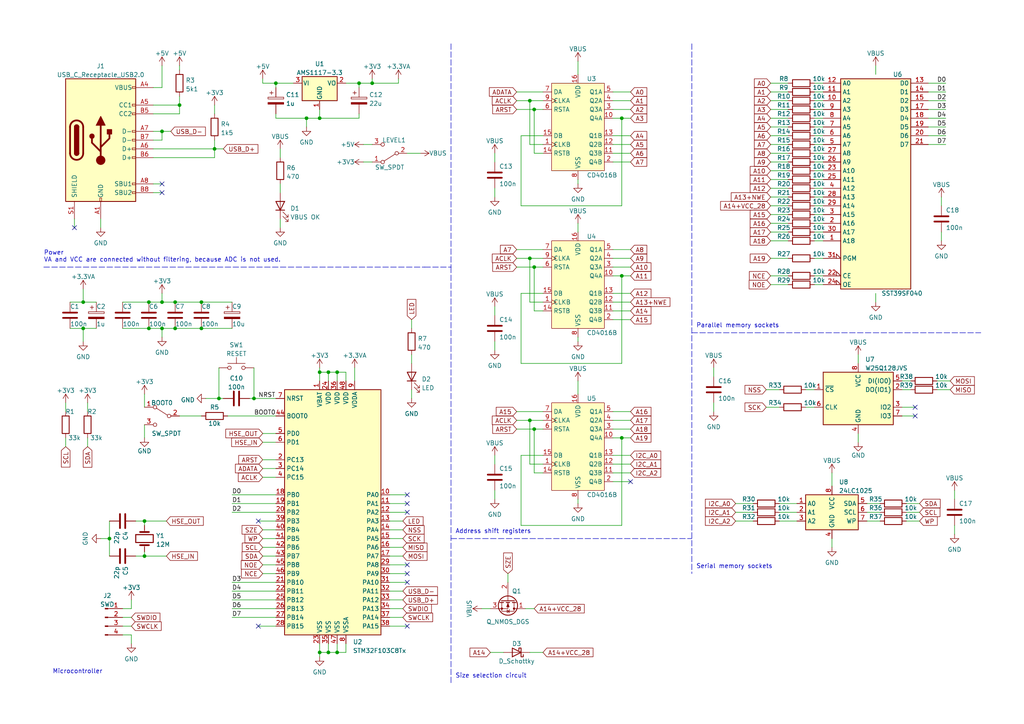
<source format=kicad_sch>
(kicad_sch (version 20211123) (generator eeschema)
  (paper "A4")
  (title_block (title "Memory dumper") (date "2022-10-15") (rev "0.1") (comment 1 "Made by HA5PLS"))
  (junction (at 73.66 115.57))
  (junction (at 24.13 95.25))
  (junction (at 154.94 124.46))
  (junction (at 58.42 87.63))
  (junction (at 80.01 24.13))
  (junction (at 24.13 87.63))
  (junction (at 92.71 107.95))
  (junction (at 180.34 34.29))
  (junction (at 107.95 24.13))
  (junction (at 41.91 151.13))
  (junction (at 154.94 31.75))
  (junction (at 50.8 87.63))
  (junction (at 95.25 107.95))
  (junction (at 46.99 38.1))
  (junction (at 46.99 95.25))
  (junction (at 58.42 95.25))
  (junction (at 95.25 189.23))
  (junction (at 153.67 121.92))
  (junction (at 92.71 189.23))
  (junction (at 46.99 87.63))
  (junction (at 153.67 74.93))
  (junction (at 43.18 95.25))
  (junction (at 63.5 115.57))
  (junction (at 154.94 77.47))
  (junction (at 43.18 87.63))
  (junction (at 97.79 189.23))
  (junction (at 92.71 34.29))
  (junction (at 50.8 95.25))
  (junction (at 180.34 127))
  (junction (at 97.79 107.95))
  (junction (at 62.23 43.18))
  (junction (at 88.9 34.29))
  (junction (at 31.75 156.21))
  (junction (at 104.14 24.13))
  (junction (at 180.34 80.01))
  (junction (at 52.07 30.48))
  (junction (at 41.91 161.29))
  (junction (at 153.67 29.21))
  (no_connect (at 21.59 66.04))
  (no_connect (at 46.99 55.88))
  (no_connect (at 46.99 53.34))
  (no_connect (at 265.43 118.11))
  (no_connect (at 265.43 120.65))
  (no_connect (at 182.88 139.7))
  (no_connect (at 74.93 181.61))
  (no_connect (at 74.93 151.13))
  (no_connect (at 118.11 168.91))
  (no_connect (at 118.11 181.61))
  (no_connect (at 118.11 163.83))
  (no_connect (at 118.11 166.37))
  (no_connect (at 118.11 143.51))
  (no_connect (at 118.11 146.05))
  (no_connect (at 118.11 148.59))
  (wire (pts (xy 66.04 120.65) (xy 80.01 120.65)))
  (wire (pts (xy 261.62 113.03) (xy 264.16 113.03)))
  (wire (pts (xy 223.52 29.21) (xy 228.6 29.21)))
  (wire (pts (xy 62.23 43.18) (xy 64.77 43.18)))
  (wire (pts (xy 269.24 34.29) (xy 274.32 34.29)))
  (wire (pts (xy 151.13 132.08) (xy 151.13 152.4)))
  (wire (pts (xy 180.34 80.01) (xy 180.34 105.41)))
  (wire (pts (xy 223.52 74.93) (xy 228.6 74.93)))
  (wire (pts (xy 236.22 80.01) (xy 238.76 80.01)))
  (wire (pts (xy 223.52 41.91) (xy 228.6 41.91)))
  (wire (pts (xy 213.36 151.13) (xy 218.44 151.13)))
  (wire (pts (xy 41.91 151.13) (xy 48.26 151.13)))
  (wire (pts (xy 21.59 63.5) (xy 21.59 66.04)))
  (wire (pts (xy 223.52 59.69) (xy 228.6 59.69)))
  (wire (pts (xy 44.45 45.72) (xy 62.23 45.72)))
  (wire (pts (xy 44.45 25.4) (xy 46.99 25.4)))
  (wire (pts (xy 19.05 129.54) (xy 19.05 127)))
  (wire (pts (xy 31.75 156.21) (xy 29.21 156.21)))
  (wire (pts (xy 167.64 64.77) (xy 167.64 67.31)))
  (wire (pts (xy 157.48 77.47) (xy 154.94 77.47)))
  (wire (pts (xy 115.57 24.13) (xy 115.57 22.86)))
  (wire (pts (xy 67.31 176.53) (xy 80.01 176.53)))
  (wire (pts (xy 262.89 151.13) (xy 266.7 151.13)))
  (wire (pts (xy 104.14 33.02) (xy 104.14 34.29)))
  (wire (pts (xy 113.03 153.67) (xy 116.84 153.67)))
  (wire (pts (xy 63.5 115.57) (xy 64.77 115.57)))
  (wire (pts (xy 153.67 121.92) (xy 157.48 121.92)))
  (wire (pts (xy 50.8 95.25) (xy 58.42 95.25)))
  (wire (pts (xy 41.91 160.02) (xy 41.91 161.29)))
  (wire (pts (xy 273.05 57.15) (xy 273.05 59.69)))
  (wire (pts (xy 180.34 34.29) (xy 180.34 59.69)))
  (wire (pts (xy 67.31 171.45) (xy 80.01 171.45)))
  (wire (pts (xy 92.71 186.69) (xy 92.71 189.23)))
  (wire (pts (xy 119.38 92.71) (xy 119.38 95.25)))
  (wire (pts (xy 113.03 156.21) (xy 116.84 156.21)))
  (wire (pts (xy 157.48 29.21) (xy 153.67 29.21)))
  (wire (pts (xy 95.25 189.23) (xy 97.79 189.23)))
  (wire (pts (xy 153.67 121.92) (xy 153.67 134.62)))
  (wire (pts (xy 177.8 119.38) (xy 182.88 119.38)))
  (wire (pts (xy 76.2 156.21) (xy 80.01 156.21)))
  (wire (pts (xy 236.22 59.69) (xy 238.76 59.69)))
  (wire (pts (xy 100.33 107.95) (xy 100.33 110.49)))
  (wire (pts (xy 177.8 44.45) (xy 182.88 44.45)))
  (wire (pts (xy 76.2 24.13) (xy 80.01 24.13)))
  (wire (pts (xy 223.52 44.45) (xy 228.6 44.45)))
  (wire (pts (xy 251.46 151.13) (xy 255.27 151.13)))
  (wire (pts (xy 25.4 129.54) (xy 25.4 127)))
  (wire (pts (xy 241.3 137.16) (xy 241.3 140.97)))
  (wire (pts (xy 62.23 43.18) (xy 62.23 45.72)))
  (wire (pts (xy 105.41 46.99) (xy 107.95 46.99)))
  (wire (pts (xy 254 19.05) (xy 254 21.59)))
  (wire (pts (xy 149.86 121.92) (xy 153.67 121.92)))
  (wire (pts (xy 149.86 31.75) (xy 154.94 31.75)))
  (wire (pts (xy 113.03 146.05) (xy 118.11 146.05)))
  (wire (pts (xy 143.51 44.45) (xy 143.51 46.99)))
  (wire (pts (xy 153.67 87.63) (xy 157.48 87.63)))
  (wire (pts (xy 154.94 124.46) (xy 154.94 137.16)))
  (wire (pts (xy 236.22 74.93) (xy 238.76 74.93)))
  (wire (pts (xy 149.86 29.21) (xy 153.67 29.21)))
  (wire (pts (xy 92.71 106.68) (xy 92.71 107.95)))
  (polyline (pts (xy 12.7 77.47) (xy 123.19 77.47)))
  (wire (pts (xy 207.01 116.84) (xy 207.01 119.38)))
  (wire (pts (xy 236.22 44.45) (xy 238.76 44.45)))
  (wire (pts (xy 116.84 151.13) (xy 113.03 151.13)))
  (wire (pts (xy 41.91 123.19) (xy 41.91 127)))
  (wire (pts (xy 177.8 139.7) (xy 182.88 139.7)))
  (wire (pts (xy 20.32 95.25) (xy 24.13 95.25)))
  (wire (pts (xy 149.86 72.39) (xy 157.48 72.39)))
  (wire (pts (xy 80.01 33.02) (xy 80.01 34.29)))
  (wire (pts (xy 25.4 119.38) (xy 25.4 116.84)))
  (wire (pts (xy 167.64 144.78) (xy 167.64 146.05)))
  (wire (pts (xy 207.01 106.68) (xy 207.01 109.22)))
  (wire (pts (xy 157.48 39.37) (xy 151.13 39.37)))
  (wire (pts (xy 119.38 113.03) (xy 119.38 115.57)))
  (wire (pts (xy 41.91 114.3) (xy 41.91 118.11)))
  (wire (pts (xy 74.93 151.13) (xy 80.01 151.13)))
  (wire (pts (xy 180.34 34.29) (xy 182.88 34.29)))
  (wire (pts (xy 236.22 57.15) (xy 238.76 57.15)))
  (wire (pts (xy 44.45 38.1) (xy 46.99 38.1)))
  (wire (pts (xy 213.36 148.59) (xy 218.44 148.59)))
  (polyline (pts (xy 200.66 12.7) (xy 200.66 166.37)))
  (wire (pts (xy 177.8 80.01) (xy 180.34 80.01)))
  (wire (pts (xy 248.92 125.73) (xy 248.92 128.27)))
  (wire (pts (xy 31.75 151.13) (xy 31.75 156.21)))
  (wire (pts (xy 76.2 158.75) (xy 80.01 158.75)))
  (wire (pts (xy 254 85.09) (xy 254 87.63)))
  (wire (pts (xy 38.1 184.15) (xy 38.1 186.69)))
  (wire (pts (xy 177.8 46.99) (xy 182.88 46.99)))
  (wire (pts (xy 233.68 113.03) (xy 236.22 113.03)))
  (wire (pts (xy 81.28 43.18) (xy 81.28 45.72)))
  (wire (pts (xy 76.2 166.37) (xy 80.01 166.37)))
  (wire (pts (xy 35.56 184.15) (xy 38.1 184.15)))
  (wire (pts (xy 50.8 87.63) (xy 58.42 87.63)))
  (wire (pts (xy 24.13 83.82) (xy 24.13 87.63)))
  (wire (pts (xy 271.78 110.49) (xy 275.59 110.49)))
  (wire (pts (xy 177.8 31.75) (xy 182.88 31.75)))
  (wire (pts (xy 153.67 74.93) (xy 153.67 87.63)))
  (wire (pts (xy 177.8 72.39) (xy 182.88 72.39)))
  (wire (pts (xy 151.13 152.4) (xy 180.34 152.4)))
  (wire (pts (xy 85.09 24.13) (xy 80.01 24.13)))
  (wire (pts (xy 213.36 146.05) (xy 218.44 146.05)))
  (wire (pts (xy 222.25 118.11) (xy 226.06 118.11)))
  (wire (pts (xy 233.68 118.11) (xy 236.22 118.11)))
  (wire (pts (xy 223.52 46.99) (xy 228.6 46.99)))
  (wire (pts (xy 46.99 95.25) (xy 46.99 97.79)))
  (wire (pts (xy 58.42 87.63) (xy 67.31 87.63)))
  (wire (pts (xy 102.87 106.68) (xy 102.87 110.49)))
  (wire (pts (xy 76.2 161.29) (xy 80.01 161.29)))
  (wire (pts (xy 104.14 24.13) (xy 107.95 24.13)))
  (wire (pts (xy 67.31 148.59) (xy 80.01 148.59)))
  (wire (pts (xy 35.56 179.07) (xy 38.1 179.07)))
  (wire (pts (xy 223.52 62.23) (xy 228.6 62.23)))
  (wire (pts (xy 269.24 41.91) (xy 274.32 41.91)))
  (wire (pts (xy 248.92 102.87) (xy 248.92 105.41)))
  (wire (pts (xy 119.38 102.87) (xy 119.38 105.41)))
  (wire (pts (xy 35.56 95.25) (xy 43.18 95.25)))
  (wire (pts (xy 223.52 80.01) (xy 228.6 80.01)))
  (wire (pts (xy 95.25 107.95) (xy 95.25 110.49)))
  (wire (pts (xy 95.25 186.69) (xy 95.25 189.23)))
  (wire (pts (xy 24.13 95.25) (xy 27.94 95.25)))
  (wire (pts (xy 52.07 19.05) (xy 52.07 20.32)))
  (wire (pts (xy 152.4 176.53) (xy 154.94 176.53)))
  (wire (pts (xy 177.8 29.21) (xy 182.88 29.21)))
  (wire (pts (xy 149.86 77.47) (xy 154.94 77.47)))
  (wire (pts (xy 74.93 181.61) (xy 80.01 181.61)))
  (wire (pts (xy 223.52 34.29) (xy 228.6 34.29)))
  (wire (pts (xy 236.22 69.85) (xy 238.76 69.85)))
  (wire (pts (xy 113.03 173.99) (xy 116.84 173.99)))
  (wire (pts (xy 177.8 134.62) (xy 182.88 134.62)))
  (wire (pts (xy 177.8 74.93) (xy 182.88 74.93)))
  (wire (pts (xy 88.9 34.29) (xy 92.71 34.29)))
  (wire (pts (xy 271.78 113.03) (xy 275.59 113.03)))
  (wire (pts (xy 113.03 143.51) (xy 118.11 143.51)))
  (wire (pts (xy 46.99 87.63) (xy 50.8 87.63)))
  (wire (pts (xy 180.34 127) (xy 182.88 127)))
  (wire (pts (xy 49.53 38.1) (xy 46.99 38.1)))
  (wire (pts (xy 223.52 24.13) (xy 228.6 24.13)))
  (wire (pts (xy 180.34 80.01) (xy 182.88 80.01)))
  (wire (pts (xy 262.89 148.59) (xy 266.7 148.59)))
  (wire (pts (xy 76.2 128.27) (xy 80.01 128.27)))
  (wire (pts (xy 100.33 186.69) (xy 100.33 189.23)))
  (wire (pts (xy 43.18 95.25) (xy 46.99 95.25)))
  (wire (pts (xy 107.95 24.13) (xy 115.57 24.13)))
  (wire (pts (xy 177.8 85.09) (xy 182.88 85.09)))
  (wire (pts (xy 92.71 190.5) (xy 92.71 189.23)))
  (wire (pts (xy 67.31 143.51) (xy 80.01 143.51)))
  (wire (pts (xy 157.48 74.93) (xy 153.67 74.93)))
  (wire (pts (xy 236.22 62.23) (xy 238.76 62.23)))
  (wire (pts (xy 113.03 168.91) (xy 118.11 168.91)))
  (wire (pts (xy 223.52 31.75) (xy 228.6 31.75)))
  (wire (pts (xy 31.75 156.21) (xy 31.75 161.29)))
  (wire (pts (xy 73.66 115.57) (xy 80.01 115.57)))
  (wire (pts (xy 76.2 125.73) (xy 80.01 125.73)))
  (wire (pts (xy 269.24 26.67) (xy 274.32 26.67)))
  (wire (pts (xy 177.8 87.63) (xy 182.88 87.63)))
  (wire (pts (xy 97.79 186.69) (xy 97.79 189.23)))
  (wire (pts (xy 177.8 132.08) (xy 182.88 132.08)))
  (wire (pts (xy 92.71 31.75) (xy 92.71 34.29)))
  (wire (pts (xy 147.32 166.37) (xy 147.32 168.91)))
  (wire (pts (xy 143.51 88.9) (xy 143.51 91.44)))
  (wire (pts (xy 29.21 63.5) (xy 29.21 66.04)))
  (wire (pts (xy 149.86 26.67) (xy 157.48 26.67)))
  (wire (pts (xy 63.5 106.68) (xy 63.5 115.57)))
  (wire (pts (xy 35.56 87.63) (xy 43.18 87.63)))
  (wire (pts (xy 58.42 95.25) (xy 67.31 95.25)))
  (wire (pts (xy 151.13 59.69) (xy 180.34 59.69)))
  (wire (pts (xy 67.31 179.07) (xy 80.01 179.07)))
  (wire (pts (xy 223.52 69.85) (xy 228.6 69.85)))
  (wire (pts (xy 154.94 137.16) (xy 157.48 137.16)))
  (wire (pts (xy 167.64 52.07) (xy 167.64 53.34)))
  (wire (pts (xy 177.8 41.91) (xy 182.88 41.91)))
  (wire (pts (xy 154.94 44.45) (xy 157.48 44.45)))
  (wire (pts (xy 100.33 189.23) (xy 97.79 189.23)))
  (wire (pts (xy 236.22 26.67) (xy 238.76 26.67)))
  (wire (pts (xy 151.13 39.37) (xy 151.13 59.69)))
  (polyline (pts (xy 200.66 96.52) (xy 284.48 96.52)))
  (wire (pts (xy 236.22 29.21) (xy 238.76 29.21)))
  (wire (pts (xy 81.28 63.5) (xy 81.28 66.04)))
  (wire (pts (xy 46.99 95.25) (xy 50.8 95.25)))
  (wire (pts (xy 44.45 55.88) (xy 46.99 55.88)))
  (wire (pts (xy 177.8 127) (xy 180.34 127)))
  (wire (pts (xy 273.05 67.31) (xy 273.05 69.85)))
  (wire (pts (xy 67.31 168.91) (xy 80.01 168.91)))
  (wire (pts (xy 177.8 121.92) (xy 182.88 121.92)))
  (wire (pts (xy 80.01 133.35) (xy 76.2 133.35)))
  (wire (pts (xy 153.67 41.91) (xy 157.48 41.91)))
  (wire (pts (xy 107.95 22.86) (xy 107.95 24.13)))
  (wire (pts (xy 236.22 64.77) (xy 238.76 64.77)))
  (wire (pts (xy 177.8 39.37) (xy 182.88 39.37)))
  (wire (pts (xy 223.52 57.15) (xy 228.6 57.15)))
  (wire (pts (xy 236.22 34.29) (xy 238.76 34.29)))
  (wire (pts (xy 72.39 115.57) (xy 73.66 115.57)))
  (wire (pts (xy 97.79 107.95) (xy 97.79 110.49)))
  (wire (pts (xy 153.67 29.21) (xy 153.67 41.91)))
  (wire (pts (xy 153.67 189.23) (xy 157.48 189.23)))
  (wire (pts (xy 154.94 90.17) (xy 157.48 90.17)))
  (wire (pts (xy 157.48 132.08) (xy 151.13 132.08)))
  (wire (pts (xy 80.01 34.29) (xy 88.9 34.29)))
  (wire (pts (xy 44.45 53.34) (xy 46.99 53.34)))
  (wire (pts (xy 269.24 39.37) (xy 274.32 39.37)))
  (wire (pts (xy 223.52 26.67) (xy 228.6 26.67)))
  (wire (pts (xy 223.52 82.55) (xy 228.6 82.55)))
  (wire (pts (xy 236.22 52.07) (xy 238.76 52.07)))
  (wire (pts (xy 177.8 124.46) (xy 182.88 124.46)))
  (wire (pts (xy 236.22 24.13) (xy 238.76 24.13)))
  (wire (pts (xy 113.03 176.53) (xy 116.84 176.53)))
  (polyline (pts (xy 123.19 77.47) (xy 130.81 77.47)))
  (wire (pts (xy 261.62 118.11) (xy 265.43 118.11)))
  (wire (pts (xy 113.03 166.37) (xy 118.11 166.37)))
  (wire (pts (xy 76.2 138.43) (xy 80.01 138.43)))
  (polyline (pts (xy 130.81 12.7) (xy 130.81 77.47)))
  (wire (pts (xy 177.8 90.17) (xy 182.88 90.17)))
  (wire (pts (xy 62.23 30.48) (xy 62.23 33.02)))
  (wire (pts (xy 142.24 189.23) (xy 146.05 189.23)))
  (wire (pts (xy 157.48 124.46) (xy 154.94 124.46)))
  (wire (pts (xy 269.24 31.75) (xy 274.32 31.75)))
  (wire (pts (xy 223.52 52.07) (xy 228.6 52.07)))
  (wire (pts (xy 113.03 181.61) (xy 118.11 181.61)))
  (wire (pts (xy 59.69 115.57) (xy 63.5 115.57)))
  (wire (pts (xy 39.37 151.13) (xy 41.91 151.13)))
  (polyline (pts (xy 130.81 156.21) (xy 200.66 156.21)))
  (wire (pts (xy 92.71 34.29) (xy 104.14 34.29)))
  (wire (pts (xy 251.46 146.05) (xy 255.27 146.05)))
  (wire (pts (xy 149.86 119.38) (xy 157.48 119.38)))
  (wire (pts (xy 261.62 120.65) (xy 265.43 120.65)))
  (wire (pts (xy 236.22 36.83) (xy 238.76 36.83)))
  (wire (pts (xy 236.22 31.75) (xy 238.76 31.75)))
  (wire (pts (xy 19.05 119.38) (xy 19.05 116.84)))
  (wire (pts (xy 46.99 19.05) (xy 46.99 25.4)))
  (wire (pts (xy 241.3 156.21) (xy 241.3 158.75)))
  (wire (pts (xy 167.64 17.78) (xy 167.64 21.59)))
  (wire (pts (xy 24.13 87.63) (xy 27.94 87.63)))
  (wire (pts (xy 236.22 67.31) (xy 238.76 67.31)))
  (wire (pts (xy 24.13 95.25) (xy 24.13 99.06)))
  (wire (pts (xy 76.2 153.67) (xy 80.01 153.67)))
  (wire (pts (xy 262.89 146.05) (xy 266.7 146.05)))
  (wire (pts (xy 223.52 49.53) (xy 228.6 49.53)))
  (wire (pts (xy 43.18 87.63) (xy 46.99 87.63)))
  (wire (pts (xy 251.46 148.59) (xy 255.27 148.59)))
  (wire (pts (xy 113.03 179.07) (xy 116.84 179.07)))
  (wire (pts (xy 143.51 99.06) (xy 143.51 101.6)))
  (wire (pts (xy 113.03 158.75) (xy 116.84 158.75)))
  (wire (pts (xy 80.01 135.89) (xy 76.2 135.89)))
  (wire (pts (xy 52.07 33.02) (xy 52.07 30.48)))
  (wire (pts (xy 67.31 173.99) (xy 80.01 173.99)))
  (wire (pts (xy 226.06 151.13) (xy 231.14 151.13)))
  (wire (pts (xy 41.91 161.29) (xy 39.37 161.29)))
  (wire (pts (xy 41.91 151.13) (xy 41.91 152.4)))
  (wire (pts (xy 236.22 54.61) (xy 238.76 54.61)))
  (wire (pts (xy 76.2 163.83) (xy 80.01 163.83)))
  (wire (pts (xy 151.13 105.41) (xy 180.34 105.41)))
  (wire (pts (xy 67.31 146.05) (xy 80.01 146.05)))
  (wire (pts (xy 143.51 142.24) (xy 143.51 144.78)))
  (wire (pts (xy 113.03 161.29) (xy 116.84 161.29)))
  (wire (pts (xy 153.67 134.62) (xy 157.48 134.62)))
  (wire (pts (xy 167.64 110.49) (xy 167.64 114.3)))
  (wire (pts (xy 95.25 107.95) (xy 97.79 107.95)))
  (wire (pts (xy 149.86 124.46) (xy 154.94 124.46)))
  (wire (pts (xy 76.2 22.86) (xy 76.2 24.13)))
  (wire (pts (xy 177.8 34.29) (xy 180.34 34.29)))
  (wire (pts (xy 139.7 176.53) (xy 142.24 176.53)))
  (wire (pts (xy 236.22 82.55) (xy 238.76 82.55)))
  (wire (pts (xy 154.94 77.47) (xy 154.94 90.17)))
  (wire (pts (xy 177.8 26.67) (xy 182.88 26.67)))
  (wire (pts (xy 177.8 92.71) (xy 182.88 92.71)))
  (wire (pts (xy 38.1 176.53) (xy 38.1 173.99)))
  (polyline (pts (xy 130.81 77.47) (xy 130.81 198.12)))
  (wire (pts (xy 167.64 97.79) (xy 167.64 99.06)))
  (wire (pts (xy 81.28 53.34) (xy 81.28 55.88)))
  (wire (pts (xy 157.48 85.09) (xy 151.13 85.09)))
  (wire (pts (xy 113.03 171.45) (xy 116.84 171.45)))
  (wire (pts (xy 113.03 163.83) (xy 118.11 163.83)))
  (wire (pts (xy 52.07 27.94) (xy 52.07 30.48)))
  (wire (pts (xy 143.51 54.61) (xy 143.51 57.15)))
  (wire (pts (xy 46.99 38.1) (xy 46.99 40.64)))
  (wire (pts (xy 276.86 152.4) (xy 276.86 154.94)))
  (wire (pts (xy 269.24 36.83) (xy 274.32 36.83)))
  (wire (pts (xy 223.52 64.77) (xy 228.6 64.77)))
  (wire (pts (xy 62.23 40.64) (xy 62.23 43.18)))
  (wire (pts (xy 223.52 39.37) (xy 228.6 39.37)))
  (wire (pts (xy 236.22 49.53) (xy 238.76 49.53)))
  (wire (pts (xy 236.22 46.99) (xy 238.76 46.99)))
  (wire (pts (xy 41.91 161.29) (xy 48.26 161.29)))
  (wire (pts (xy 46.99 85.09) (xy 46.99 87.63)))
  (wire (pts (xy 143.51 132.08) (xy 143.51 134.62)))
  (wire (pts (xy 44.45 43.18) (xy 62.23 43.18)))
  (wire (pts (xy 88.9 34.29) (xy 88.9 36.83)))
  (wire (pts (xy 261.62 110.49) (xy 264.16 110.49)))
  (wire (pts (xy 92.71 189.23) (xy 95.25 189.23)))
  (wire (pts (xy 52.07 120.65) (xy 58.42 120.65)))
  (wire (pts (xy 73.66 115.57) (xy 73.66 106.68)))
  (wire (pts (xy 149.86 74.93) (xy 153.67 74.93)))
  (wire (pts (xy 177.8 77.47) (xy 182.88 77.47)))
  (wire (pts (xy 104.14 24.13) (xy 104.14 25.4)))
  (wire (pts (xy 154.94 31.75) (xy 154.94 44.45)))
  (wire (pts (xy 223.52 36.83) (xy 228.6 36.83)))
  (wire (pts (xy 151.13 85.09) (xy 151.13 105.41)))
  (wire (pts (xy 276.86 142.24) (xy 276.86 144.78)))
  (wire (pts (xy 35.56 181.61) (xy 38.1 181.61)))
  (wire (pts (xy 226.06 146.05) (xy 231.14 146.05)))
  (wire (pts (xy 44.45 40.64) (xy 46.99 40.64)))
  (wire (pts (xy 236.22 41.91) (xy 238.76 41.91)))
  (wire (pts (xy 44.45 33.02) (xy 52.07 33.02)))
  (wire (pts (xy 80.01 24.13) (xy 80.01 25.4)))
  (wire (pts (xy 236.22 39.37) (xy 238.76 39.37)))
  (wire (pts (xy 100.33 24.13) (xy 104.14 24.13)))
  (wire (pts (xy 92.71 107.95) (xy 95.25 107.95)))
  (wire (pts (xy 20.32 87.63) (xy 24.13 87.63)))
  (wire (pts (xy 222.25 113.03) (xy 226.06 113.03)))
  (wire (pts (xy 223.52 54.61) (xy 228.6 54.61)))
  (wire (pts (xy 92.71 107.95) (xy 92.71 110.49)))
  (wire (pts (xy 97.79 107.95) (xy 100.33 107.95)))
  (wire (pts (xy 157.48 31.75) (xy 154.94 31.75)))
  (wire (pts (xy 44.45 30.48) (xy 52.07 30.48)))
  (wire (pts (xy 269.24 29.21) (xy 274.32 29.21)))
  (wire (pts (xy 269.24 24.13) (xy 274.32 24.13)))
  (wire (pts (xy 113.03 148.59) (xy 118.11 148.59)))
  (wire (pts (xy 177.8 137.16) (xy 182.88 137.16)))
  (wire (pts (xy 180.34 152.4) (xy 180.34 127)))
  (wire (pts (xy 226.06 148.59) (xy 231.14 148.59)))
  (wire (pts (xy 105.41 41.91) (xy 107.95 41.91)))
  (wire (pts (xy 35.56 176.53) (xy 38.1 176.53)))
  (wire (pts (xy 223.52 67.31) (xy 228.6 67.31)))
  (wire (pts (xy 118.11 44.45) (xy 121.92 44.45)))
  (text "Address shift registers\n" (at 132.08 154.94 0) (effects (font (size 1.27 1.27)) (justify left bottom)))
  (text "Size selection circuit\n" (at 132.08 196.85 0) (effects (font (size 1.27 1.27)) (justify left bottom)))
  (text "Power\nVA and VCC are connected without filtering, because ADC is not used." (at 12.7 76.2 0) (effects (font (size 1.27 1.27)) (justify left bottom)))
  (text "Microcontroller" (at 15.24 195.58 0) (effects (font (size 1.27 1.27)) (justify left bottom)))
  (text "Serial memory sockets\n" (at 201.93 165.1 0) (effects (font (size 1.27 1.27)) (justify left bottom)))
  (text "Parallel memory sockets\n" (at 201.93 95.25 0) (effects (font (size 1.27 1.27)) (justify left bottom)))
  (label "D5" (at 271.78 36.83 0))
  (label "D4" (at 67.31 171.45 0))
  (label "D7" (at 271.78 41.91 0))
  (label "D2" (at 67.31 148.59 0))
  (label "D3" (at 67.31 168.91 0))
  (label "D0" (at 67.31 143.51 0))
  (label "D0" (at 271.78 24.13 0))
  (label "D6" (at 271.78 39.37 0))
  (label "BOOT0" (at 73.66 120.65 0))
  (label "D7" (at 67.31 179.07 0))
  (label "D6" (at 67.31 176.53 0))
  (label "D5" (at 67.31 173.99 0))
  (label "NRST" (at 74.93 115.57 0))
  (label "D2" (at 271.78 29.21 0))
  (label "D1" (at 271.78 26.67 0))
  (label "D4" (at 271.78 34.29 0))
  (label "D3" (at 271.78 31.75 0))
  (label "D1" (at 67.31 146.05 0))
  (global_label "HSE_OUT" (shape input) (at 48.26 151.13 0) (property "Intersheet References" "${INTERSHEET_REFS}" (effects hide)))
  (global_label "USB_D-" (shape input) (at 49.53 38.1 0) (property "Intersheet References" "${INTERSHEET_REFS}" (effects hide)))
  (global_label "A0" (shape input) (at 223.52 24.13 180) (property "Intersheet References" "${INTERSHEET_REFS}" (effects hide)))
  (global_label "A16" (shape input) (at 223.52 64.77 180) (property "Intersheet References" "${INTERSHEET_REFS}" (effects hide)))
  (global_label "A6" (shape input) (at 223.52 39.37 180) (property "Intersheet References" "${INTERSHEET_REFS}" (effects hide)))
  (global_label "A15" (shape input) (at 182.88 92.71 0) (property "Intersheet References" "${INTERSHEET_REFS}" (effects hide)))
  (global_label "A18" (shape input) (at 223.52 69.85 180) (property "Intersheet References" "${INTERSHEET_REFS}" (effects hide)))
  (global_label "A1" (shape input) (at 182.88 29.21 0) (property "Intersheet References" "${INTERSHEET_REFS}" (effects hide)))
  (global_label "A3" (shape input) (at 223.52 31.75 180) (property "Intersheet References" "${INTERSHEET_REFS}" (effects hide)))
  (global_label "USB_D-" (shape input) (at 116.84 171.45 0) (property "Intersheet References" "${INTERSHEET_REFS}" (effects hide)))
  (global_label "MOSI" (shape input) (at 275.59 110.49 0) (property "Intersheet References" "${INTERSHEET_REFS}" (effects hide)))
  (global_label "I2C_A0" (shape input) (at 213.36 146.05 180) (property "Intersheet References" "${INTERSHEET_REFS}" (effects hide)))
  (global_label "A10" (shape input) (at 223.52 49.53 180) (property "Intersheet References" "${INTERSHEET_REFS}" (effects hide)))
  (global_label "USB_D+" (shape input) (at 64.77 43.18 0) (property "Intersheet References" "${INTERSHEET_REFS}" (effects hide)))
  (global_label "HSE_IN" (shape input) (at 76.2 128.27 180) (property "Intersheet References" "${INTERSHEET_REFS}" (effects hide)))
  (global_label "A12" (shape input) (at 223.52 54.61 180) (property "Intersheet References" "${INTERSHEET_REFS}" (effects hide)))
  (global_label "ARST" (shape input) (at 149.86 31.75 180) (property "Intersheet References" "${INTERSHEET_REFS}" (effects hide)))
  (global_label "A7" (shape input) (at 149.86 72.39 180) (property "Intersheet References" "${INTERSHEET_REFS}" (effects hide)))
  (global_label "ACLK" (shape input) (at 149.86 74.93 180) (property "Intersheet References" "${INTERSHEET_REFS}" (effects hide)))
  (global_label "A10" (shape input) (at 182.88 77.47 0) (property "Intersheet References" "${INTERSHEET_REFS}" (effects hide)))
  (global_label "A14+VCC_28" (shape input) (at 154.94 176.53 0) (property "Intersheet References" "${INTERSHEET_REFS}" (effects hide)))
  (global_label "A14+VCC_28" (shape input) (at 157.48 189.23 0) (property "Intersheet References" "${INTERSHEET_REFS}" (effects hide)))
  (global_label "A13+NWE" (shape input) (at 182.88 87.63 0) (property "Intersheet References" "${INTERSHEET_REFS}" (effects hide)))
  (global_label "HSE_IN" (shape input) (at 48.26 161.29 0) (property "Intersheet References" "${INTERSHEET_REFS}" (effects hide)))
  (global_label "A7" (shape input) (at 223.52 41.91 180) (property "Intersheet References" "${INTERSHEET_REFS}" (effects hide)))
  (global_label "SCK" (shape input) (at 222.25 118.11 180) (property "Intersheet References" "${INTERSHEET_REFS}" (effects hide)))
  (global_label "SCL" (shape input) (at 266.7 148.59 0) (property "Intersheet References" "${INTERSHEET_REFS}" (effects hide)))
  (global_label "NCE" (shape input) (at 223.52 80.01 180) (property "Intersheet References" "${INTERSHEET_REFS}" (effects hide)))
  (global_label "SWCLK" (shape input) (at 116.84 179.07 0) (property "Intersheet References" "${INTERSHEET_REFS}" (effects hide)))
  (global_label "NOE" (shape input) (at 223.52 82.55 180) (property "Intersheet References" "${INTERSHEET_REFS}" (effects hide)))
  (global_label "I2C_A2" (shape input) (at 182.88 137.16 0) (property "Intersheet References" "${INTERSHEET_REFS}" (effects hide)))
  (global_label "ADATA" (shape input) (at 76.2 135.89 180) (property "Intersheet References" "${INTERSHEET_REFS}" (effects hide)))
  (global_label "A14+VCC_28" (shape input) (at 223.52 59.69 180) (property "Intersheet References" "${INTERSHEET_REFS}" (effects hide)))
  (global_label "A19" (shape input) (at 223.52 74.93 180) (property "Intersheet References" "${INTERSHEET_REFS}" (effects hide)))
  (global_label "LED" (shape input) (at 119.38 92.71 90) (property "Intersheet References" "${INTERSHEET_REFS}" (effects hide)))
  (global_label "ACLK" (shape input) (at 149.86 29.21 180) (property "Intersheet References" "${INTERSHEET_REFS}" (effects hide)))
  (global_label "NCE" (shape input) (at 76.2 166.37 180) (property "Intersheet References" "${INTERSHEET_REFS}" (effects hide)))
  (global_label "LED" (shape input) (at 116.84 151.13 0) (property "Intersheet References" "${INTERSHEET_REFS}" (effects hide)))
  (global_label "I2C_A0" (shape input) (at 182.88 132.08 0) (property "Intersheet References" "${INTERSHEET_REFS}" (effects hide)))
  (global_label "HSE_OUT" (shape input) (at 76.2 125.73 180) (property "Intersheet References" "${INTERSHEET_REFS}" (effects hide)))
  (global_label "A5" (shape input) (at 223.52 36.83 180) (property "Intersheet References" "${INTERSHEET_REFS}" (effects hide)))
  (global_label "USB_D+" (shape input) (at 116.84 173.99 0) (property "Intersheet References" "${INTERSHEET_REFS}" (effects hide)))
  (global_label "ADATA" (shape input) (at 149.86 26.67 180) (property "Intersheet References" "${INTERSHEET_REFS}" (effects hide)))
  (global_label "A14" (shape input) (at 142.24 189.23 180) (property "Intersheet References" "${INTERSHEET_REFS}" (effects hide)))
  (global_label "ARST" (shape input) (at 149.86 77.47 180) (property "Intersheet References" "${INTERSHEET_REFS}" (effects hide)))
  (global_label "A17" (shape input) (at 223.52 67.31 180) (property "Intersheet References" "${INTERSHEET_REFS}" (effects hide)))
  (global_label "SCL" (shape input) (at 76.2 158.75 180) (property "Intersheet References" "${INTERSHEET_REFS}" (effects hide)))
  (global_label "I2C_A2" (shape input) (at 213.36 151.13 180) (property "Intersheet References" "${INTERSHEET_REFS}" (effects hide)))
  (global_label "ACLK" (shape input) (at 76.2 138.43 180) (property "Intersheet References" "${INTERSHEET_REFS}" (effects hide)))
  (global_label "A9" (shape input) (at 182.88 74.93 0) (property "Intersheet References" "${INTERSHEET_REFS}" (effects hide)))
  (global_label "A1" (shape input) (at 223.52 26.67 180) (property "Intersheet References" "${INTERSHEET_REFS}" (effects hide)))
  (global_label "SWDIO" (shape input) (at 38.1 179.07 0) (property "Intersheet References" "${INTERSHEET_REFS}" (effects hide)))
  (global_label "A0" (shape input) (at 182.88 26.67 0) (property "Intersheet References" "${INTERSHEET_REFS}" (effects hide)))
  (global_label "A3" (shape input) (at 182.88 34.29 0) (property "Intersheet References" "${INTERSHEET_REFS}" (effects hide)))
  (global_label "NSS" (shape input) (at 222.25 113.03 180) (property "Intersheet References" "${INTERSHEET_REFS}" (effects hide)))
  (global_label "SZE" (shape input) (at 76.2 153.67 180) (property "Intersheet References" "${INTERSHEET_REFS}" (effects hide)))
  (global_label "ARST" (shape input) (at 149.86 124.46 180) (property "Intersheet References" "${INTERSHEET_REFS}" (effects hide)))
  (global_label "A9" (shape input) (at 223.52 46.99 180) (property "Intersheet References" "${INTERSHEET_REFS}" (effects hide)))
  (global_label "A5" (shape input) (at 182.88 41.91 0) (property "Intersheet References" "${INTERSHEET_REFS}" (effects hide)))
  (global_label "A2" (shape input) (at 182.88 31.75 0) (property "Intersheet References" "${INTERSHEET_REFS}" (effects hide)))
  (global_label "A18" (shape input) (at 182.88 124.46 0) (property "Intersheet References" "${INTERSHEET_REFS}" (effects hide)))
  (global_label "MISO" (shape input) (at 275.59 113.03 0) (property "Intersheet References" "${INTERSHEET_REFS}" (effects hide)))
  (global_label "SWCLK" (shape input) (at 38.1 181.61 0) (property "Intersheet References" "${INTERSHEET_REFS}" (effects hide)))
  (global_label "A8" (shape input) (at 182.88 72.39 0) (property "Intersheet References" "${INTERSHEET_REFS}" (effects hide)))
  (global_label "SDA" (shape input) (at 266.7 146.05 0) (property "Intersheet References" "${INTERSHEET_REFS}" (effects hide)))
  (global_label "MISO" (shape input) (at 116.84 158.75 0) (property "Intersheet References" "${INTERSHEET_REFS}" (effects hide)))
  (global_label "WP" (shape input) (at 76.2 156.21 180) (property "Intersheet References" "${INTERSHEET_REFS}" (effects hide)))
  (global_label "A12" (shape input) (at 182.88 85.09 0) (property "Intersheet References" "${INTERSHEET_REFS}" (effects hide)))
  (global_label "A11" (shape input) (at 223.52 52.07 180) (property "Intersheet References" "${INTERSHEET_REFS}" (effects hide)))
  (global_label "I2C_A1" (shape input) (at 182.88 134.62 0) (property "Intersheet References" "${INTERSHEET_REFS}" (effects hide)))
  (global_label "SCL" (shape input) (at 19.05 129.54 270) (property "Intersheet References" "${INTERSHEET_REFS}" (effects hide)))
  (global_label "SZE" (shape input) (at 147.32 166.37 90) (property "Intersheet References" "${INTERSHEET_REFS}" (effects hide)))
  (global_label "MOSI" (shape input) (at 116.84 161.29 0) (property "Intersheet References" "${INTERSHEET_REFS}" (effects hide)))
  (global_label "A6" (shape input) (at 182.88 44.45 0) (property "Intersheet References" "${INTERSHEET_REFS}" (effects hide)))
  (global_label "SWDIO" (shape input) (at 116.84 176.53 0) (property "Intersheet References" "${INTERSHEET_REFS}" (effects hide)))
  (global_label "A4" (shape input) (at 223.52 34.29 180) (property "Intersheet References" "${INTERSHEET_REFS}" (effects hide)))
  (global_label "A11" (shape input) (at 182.88 80.01 0) (property "Intersheet References" "${INTERSHEET_REFS}" (effects hide)))
  (global_label "A14" (shape input) (at 182.88 90.17 0) (property "Intersheet References" "${INTERSHEET_REFS}" (effects hide)))
  (global_label "ACLK" (shape input) (at 149.86 121.92 180) (property "Intersheet References" "${INTERSHEET_REFS}" (effects hide)))
  (global_label "A17" (shape input) (at 182.88 121.92 0) (property "Intersheet References" "${INTERSHEET_REFS}" (effects hide)))
  (global_label "I2C_A1" (shape input) (at 213.36 148.59 180) (property "Intersheet References" "${INTERSHEET_REFS}" (effects hide)))
  (global_label "A16" (shape input) (at 182.88 119.38 0) (property "Intersheet References" "${INTERSHEET_REFS}" (effects hide)))
  (global_label "SDA" (shape input) (at 76.2 161.29 180) (property "Intersheet References" "${INTERSHEET_REFS}" (effects hide)))
  (global_label "A15" (shape input) (at 149.86 119.38 180) (property "Intersheet References" "${INTERSHEET_REFS}" (effects hide)))
  (global_label "NSS" (shape input) (at 116.84 153.67 0) (property "Intersheet References" "${INTERSHEET_REFS}" (effects hide)))
  (global_label "A2" (shape input) (at 223.52 29.21 180) (property "Intersheet References" "${INTERSHEET_REFS}" (effects hide)))
  (global_label "WP" (shape input) (at 266.7 151.13 0) (property "Intersheet References" "${INTERSHEET_REFS}" (effects hide)))
  (global_label "NOE" (shape input) (at 76.2 163.83 180) (property "Intersheet References" "${INTERSHEET_REFS}" (effects hide)))
  (global_label "A13+NWE" (shape input) (at 223.52 57.15 180) (property "Intersheet References" "${INTERSHEET_REFS}" (effects hide)))
  (global_label "SDA" (shape input) (at 25.4 129.54 270) (property "Intersheet References" "${INTERSHEET_REFS}" (effects hide)))
  (global_label "A19" (shape input) (at 182.88 127 0) (property "Intersheet References" "${INTERSHEET_REFS}" (effects hide)))
  (global_label "SCK" (shape input) (at 116.84 156.21 0) (property "Intersheet References" "${INTERSHEET_REFS}" (effects hide)))
  (global_label "ARST" (shape input) (at 76.2 133.35 180) (property "Intersheet References" "${INTERSHEET_REFS}" (effects hide)))
  (global_label "A8" (shape input) (at 223.52 44.45 180) (property "Intersheet References" "${INTERSHEET_REFS}" (effects hide)))
  (global_label "A7" (shape input) (at 182.88 46.99 0) (property "Intersheet References" "${INTERSHEET_REFS}" (effects hide)))
  (global_label "A4" (shape input) (at 182.88 39.37 0) (property "Intersheet References" "${INTERSHEET_REFS}" (effects hide)))
  (global_label "A15" (shape input) (at 223.52 62.23 180) (property "Intersheet References" "${INTERSHEET_REFS}" (effects hide)))
  (symbol (lib_id "Device:C_Polarized") (at 27.94 91.44 0) (unit 1)
    (property "Reference" "C2" (at 27.94 88.9 0) (effects (justify left)))
    (property "Value" "1u" (at 27.94 93.98 0) (effects (justify left)))
  )
  (symbol (lib_id "Device:R") (at 232.41 52.07 90) (unit 1)
    (property "Reference" "R19" (at 227.33 50.8 90))
    (property "Value" "10k" (at 237.49 50.8 90))
    (property "Footprint" "Resistor_SMD:R_0805_2012Metric_Pad1.20x1.40mm_HandSolder" (effects hide))
  )
  (symbol (lib_id "power:VBUS") (at 248.92 102.87 0) (unit 1)
    (property "Reference" "#PWR055" (effects hide))
    (property "Value" "VBUS" (at 248.92 99.2942 0))
  )
  (symbol (lib_id "Device:Crystal") (at 41.91 156.21 270) (unit 1)
    (property "Reference" "Y1" (at 45.2374 155.3753 90) (effects (justify left)))
    (property "Value" "12M" (at 45.2374 157.9122 90) (effects (justify left)))
  )
  (symbol (lib_id "power:VBUS") (at 121.92 44.45 270) (unit 1)
    (property "Reference" "#PWR029" (effects hide))
    (property "Value" "VBUS" (at 124.46 44.45 90) (effects (justify left)))
  )
  (symbol (lib_id "power:+5V") (at 46.99 19.05 0) (unit 1)
    (property "Reference" "#PWR011" (effects hide))
    (property "Value" "+5V" (at 46.99 15.4742 0))
  )
  (symbol (lib_id "Device:R") (at 232.41 54.61 90) (unit 1)
    (property "Reference" "R20" (at 227.33 53.34 90))
    (property "Value" "10k" (at 237.49 53.34 90))
    (property "Footprint" "Resistor_SMD:R_0805_2012Metric_Pad1.20x1.40mm_HandSolder" (effects hide))
  )
  (symbol (lib_id "power:+3.3V") (at 46.99 85.09 0) (unit 1)
    (property "Reference" "#PWR012" (effects hide))
    (property "Value" "+3.3V" (at 46.99 81.5142 0))
  )
  (symbol (lib_id "Device:R") (at 232.41 59.69 90) (unit 1)
    (property "Reference" "R22" (at 227.33 58.42 90))
    (property "Value" "10k" (at 237.49 58.42 90))
    (property "Footprint" "Resistor_SMD:R_0805_2012Metric_Pad1.20x1.40mm_HandSolder" (effects hide))
  )
  (symbol (lib_id "Device:R") (at 259.08 151.13 90) (unit 1)
    (property "Reference" "R37" (at 254 149.86 90))
    (property "Value" "10k" (at 264.16 149.86 90))
    (property "Footprint" "Resistor_SMD:R_0805_2012Metric_Pad1.20x1.40mm_HandSolder" (effects hide))
  )
  (symbol (lib_id "Device:R") (at 267.97 113.03 90) (unit 1)
    (property "Reference" "R39" (at 262.89 111.76 90))
    (property "Value" "10k" (at 273.05 111.76 90))
    (property "Footprint" "Resistor_SMD:R_0805_2012Metric_Pad1.20x1.40mm_HandSolder" (effects hide))
  )
  (symbol (lib_id "Device:R") (at 232.41 46.99 90) (unit 1)
    (property "Reference" "R17" (at 227.33 45.72 90))
    (property "Value" "10k" (at 237.49 45.72 90))
    (property "Footprint" "Resistor_SMD:R_0805_2012Metric_Pad1.20x1.40mm_HandSolder" (effects hide))
  )
  (symbol (lib_id "power:GND") (at 29.21 66.04 0) (unit 1)
    (property "Reference" "#PWR05" (effects hide))
    (property "Value" "GND" (at 29.21 70.4834 0))
  )
  (symbol (lib_id "Device:R") (at 232.41 67.31 90) (unit 1)
    (property "Reference" "R25" (at 227.33 66.04 90))
    (property "Value" "10k" (at 237.49 66.04 90))
    (property "Footprint" "Resistor_SMD:R_0805_2012Metric_Pad1.20x1.40mm_HandSolder" (effects hide))
  )
  (symbol (lib_id "Device:R") (at 62.23 120.65 270) (mirror x) (unit 1)
    (property "Reference" "R5" (at 62.23 118.11 90))
    (property "Value" "10k" (at 62.23 122.8289 90))
    (property "Footprint" "Resistor_SMD:R_0805_2012Metric_Pad1.20x1.40mm_HandSolder" (effects hide))
  )
  (symbol (lib_id "power:GND") (at 167.64 99.06 0) (unit 1)
    (property "Reference" "#PWR040" (effects hide))
    (property "Value" "GND" (at 167.64 103.5034 0))
  )
  (symbol (lib_id "Memory_EEPROM:24LC1025") (at 241.3 148.59 0) (unit 1)
    (property "Reference" "U8" (at 243.3194 139.8102 0) (effects (justify left)))
    (property "Value" "24LC1025" (at 243.3194 142.3471 0) (effects (justify left)))
    (property "Footprint" "Package_DIP:DIP-8-16_W7.62mm_Socket" (effects hide))
    (property "Datasheet" "http://ww1.microchip.com/downloads/en/DeviceDoc/21941B.pdf" (effects hide))
  )
  (symbol (lib_id "Device:R") (at 259.08 146.05 90) (unit 1)
    (property "Reference" "R35" (at 254 144.78 90))
    (property "Value" "10k" (at 264.16 144.78 90))
    (property "Footprint" "Resistor_SMD:R_0805_2012Metric_Pad1.20x1.40mm_HandSolder" (effects hide))
  )
  (symbol (lib_id "Device:C") (at 35.56 161.29 90) (unit 1)
    (property "Reference" "C5" (at 36.3947 164.211 0) (effects (justify right)))
    (property "Value" "22p" (at 33.8578 164.211 0) (effects (justify right)))
    (property "Footprint" "Capacitor_SMD:C_0805_2012Metric_Pad1.18x1.45mm_HandSolder" (effects hide))
  )
  (symbol (lib_id "power:GND") (at 119.38 115.57 0) (unit 1)
    (property "Reference" "#PWR028" (effects hide))
    (property "Value" "GND" (at 119.38 120.0134 0))
  )
  (symbol (lib_id "power:VBUS") (at 273.05 57.15 0) (unit 1)
    (property "Reference" "#PWR059" (effects hide))
    (property "Value" "VBUS" (at 273.05 53.5742 0))
  )
  (symbol (lib_id "Device:C") (at 143.51 95.25 0) (unit 1)
    (property "Reference" "C14" (at 144.78 92.71 0) (effects (justify left)))
    (property "Value" "100n" (at 144.78 97.79 0) (effects (justify left)))
    (property "Footprint" "Capacitor_SMD:C_0805_2012Metric_Pad1.18x1.45mm_HandSolder" (effects hide))
  )
  (symbol (lib_id "Device:R") (at 25.4 123.19 180) (unit 1)
    (property "Reference" "R2" (at 26.67 119.38 0))
    (property "Value" "33k" (at 27.94 127 0))
    (property "Footprint" "Resistor_SMD:R_0805_2012Metric_Pad1.20x1.40mm_HandSolder" (effects hide))
  )
  (symbol (lib_id "power:GND") (at 143.51 101.6 0) (unit 1)
    (property "Reference" "#PWR034" (effects hide))
    (property "Value" "GND" (at 143.51 106.0434 0))
  )
  (symbol (lib_id "Connector:Conn_01x04_Male") (at 30.48 179.07 0) (unit 1)
    (property "Reference" "J2" (at 31.115 172.754 0))
    (property "Value" "SWD" (at 31.115 175.2909 0))
    (property "Footprint" "Connector_PinHeader_2.54mm:PinHeader_1x04_P2.54mm_Horizontal" (effects hide))
  )
  (symbol (lib_id "Device:C") (at 58.42 91.44 0) (unit 1)
    (property "Reference" "C8" (at 58.42 88.9 0) (effects (justify left)))
    (property "Value" "100n" (at 58.42 93.98 0) (effects (justify left)))
    (property "Footprint" "Capacitor_SMD:C_0805_2012Metric_Pad1.18x1.45mm_HandSolder" (effects hide))
  )
  (symbol (lib_id "power:GND") (at 59.69 115.57 270) (unit 1)
    (property "Reference" "#PWR015" (effects hide))
    (property "Value" "GND" (at 56.5151 116.0038 90) (effects (justify right)))
  )
  (symbol (lib_id "memdump:CD4016B") (at 167.64 129.54 0) (unit 1)
    (property "Reference" "U5" (at 170.18 115.57 0) (effects (justify left)))
    (property "Value" "CD4016B" (at 170.18 143.51 0) (effects (justify left)))
    (property "Footprint" "Package_DIP:DIP-16_W7.62mm_LongPads" (effects hide))
  )
  (symbol (lib_id "Device:LED") (at 119.38 109.22 90) (unit 1)
    (property "Reference" "D2" (at 122.301 109.9728 90) (effects (justify right)))
    (property "Value" "LED" (at 122.301 112.5097 90) (effects (justify right)))
    (property "Footprint" "LED_SMD:LED_0805_2012Metric_Pad1.15x1.40mm_HandSolder" (effects hide))
  )
  (symbol (lib_id "Device:R") (at 222.25 146.05 90) (unit 1)
    (property "Reference" "R30" (at 217.17 144.78 90))
    (property "Value" "10k" (at 227.33 144.78 90))
    (property "Footprint" "Resistor_SMD:R_0805_2012Metric_Pad1.20x1.40mm_HandSolder" (effects hide))
  )
  (symbol (lib_id "Device:R") (at 232.41 69.85 90) (unit 1)
    (property "Reference" "R26" (at 227.33 68.58 90))
    (property "Value" "10k" (at 237.49 68.58 90))
    (property "Footprint" "Resistor_SMD:R_0805_2012Metric_Pad1.20x1.40mm_HandSolder" (effects hide))
  )
  (symbol (lib_id "Device:R") (at 229.87 113.03 90) (unit 1)
    (property "Reference" "R33" (at 224.79 111.76 90))
    (property "Value" "10k" (at 234.95 111.76 90))
    (property "Footprint" "Resistor_SMD:R_0805_2012Metric_Pad1.20x1.40mm_HandSolder" (effects hide))
  )
  (symbol (lib_id "Device:C") (at 50.8 91.44 0) (unit 1)
    (property "Reference" "C7" (at 50.8 88.9 0) (effects (justify left)))
    (property "Value" "100n" (at 50.8 93.98 0) (effects (justify left)))
    (property "Footprint" "Capacitor_SMD:C_0805_2012Metric_Pad1.18x1.45mm_HandSolder" (effects hide))
  )
  (symbol (lib_id "power:+3.3V") (at 107.95 22.86 0) (unit 1)
    (property "Reference" "#PWR026" (effects hide))
    (property "Value" "+3.3V" (at 107.95 19.2842 0))
  )
  (symbol (lib_id "Device:R") (at 222.25 151.13 90) (unit 1)
    (property "Reference" "R32" (at 217.17 149.86 90))
    (property "Value" "10k" (at 227.33 149.86 90))
    (property "Footprint" "Resistor_SMD:R_0805_2012Metric_Pad1.20x1.40mm_HandSolder" (effects hide))
  )
  (symbol (lib_id "Regulator_Linear:AMS1117-3.3") (at 92.71 24.13 0) (unit 1)
    (property "Reference" "U1" (at 92.71 18.5252 0))
    (property "Value" "AMS1117-3.3" (at 92.71 21.0621 0))
    (property "Footprint" "Package_TO_SOT_SMD:SOT-223-3_TabPin2" (effects hide))
    (property "Datasheet" "http://www.advanced-monolithic.com/pdf/ds1117.pdf" (effects hide))
  )
  (symbol (lib_id "memdump:CD4016B") (at 167.64 36.83 0) (unit 1)
    (property "Reference" "U3" (at 170.18 22.86 0) (effects (justify left)))
    (property "Value" "CD4016B" (at 170.18 50.8 0) (effects (justify left)))
    (property "Footprint" "Package_DIP:DIP-16_W7.62mm_LongPads" (effects hide))
  )
  (symbol (lib_id "power:GND") (at 167.64 53.34 0) (unit 1)
    (property "Reference" "#PWR038" (effects hide))
    (property "Value" "GND" (at 167.64 57.7834 0))
  )
  (symbol (lib_id "power:+3.3V") (at 62.23 30.48 0) (unit 1)
    (property "Reference" "#PWR016" (effects hide))
    (property "Value" "+3.3V" (at 62.23 26.9042 0))
  )
  (symbol (lib_id "power:+3.3V") (at 19.05 116.84 0) (unit 1)
    (property "Reference" "#PWR01" (effects hide))
    (property "Value" "+3.3V" (at 19.05 113.2642 0))
  )
  (symbol (lib_id "power:VBUS") (at 143.51 88.9 0) (unit 1)
    (property "Reference" "#PWR033" (effects hide))
    (property "Value" "VBUS" (at 143.51 85.3242 0))
  )
  (symbol (lib_id "Device:R") (at 232.41 41.91 90) (unit 1)
    (property "Reference" "R15" (at 227.33 40.64 90))
    (property "Value" "10k" (at 237.49 40.64 90))
    (property "Footprint" "Resistor_SMD:R_0805_2012Metric_Pad1.20x1.40mm_HandSolder" (effects hide))
  )
  (symbol (lib_id "Switch:SW_SPDT") (at 46.99 120.65 0) (mirror y) (unit 1)
    (property "Reference" "BOOT0" (at 46.99 116.84 0))
    (property "Value" "SW_SPDT" (at 48.26 125.73 0))
  )
  (symbol (lib_id "Device:R") (at 267.97 110.49 90) (unit 1)
    (property "Reference" "R38" (at 262.89 109.22 90))
    (property "Value" "10k" (at 273.05 109.22 90))
    (property "Footprint" "Resistor_SMD:R_0805_2012Metric_Pad1.20x1.40mm_HandSolder" (effects hide))
  )
  (symbol (lib_id "Memory_Flash:SST39SF040") (at 254 54.61 0) (unit 1)
    (property "Reference" "U6" (at 260.35 21.59 0))
    (property "Value" "SST39SF040" (at 261.62 85.09 0))
    (property "Footprint" "Socket:DIP_Socket-32_W11.9_W12.7_W15.24_W17.78_W18.5_3M_232-1285-00-0602J" (effects hide))
    (property "Datasheet" "http://ww1.microchip.com/downloads/en/DeviceDoc/25022B.pdf" (effects hide))
  )
  (symbol (lib_id "Device:R") (at 232.41 24.13 90) (unit 1)
    (property "Reference" "R8" (at 227.33 22.86 90))
    (property "Value" "10k" (at 237.49 22.86 90))
    (property "Footprint" "Resistor_SMD:R_0805_2012Metric_Pad1.20x1.40mm_HandSolder" (effects hide))
  )
  (symbol (lib_id "Device:C") (at 35.56 151.13 270) (unit 1)
    (property "Reference" "C4" (at 36.3947 154.051 0) (effects (justify left)))
    (property "Value" "22p" (at 33.8578 154.051 0) (effects (justify left)))
    (property "Footprint" "Capacitor_SMD:C_0805_2012Metric_Pad1.18x1.45mm_HandSolder" (effects hide))
  )
  (symbol (lib_id "power:GND") (at 81.28 66.04 0) (unit 1)
    (property "Reference" "#PWR019" (effects hide))
    (property "Value" "GND" (at 81.28 70.4834 0))
  )
  (symbol (lib_id "Device:C_Polarized") (at 104.14 29.21 0) (unit 1)
    (property "Reference" "C12" (at 107.061 27.4863 0) (effects (justify left)))
    (property "Value" "22u" (at 107.061 30.0232 0) (effects (justify left)))
  )
  (symbol (lib_id "power:GND") (at 38.1 186.69 0) (unit 1)
    (property "Reference" "#PWR08" (effects hide))
    (property "Value" "GND" (at 38.1 191.1334 0))
  )
  (symbol (lib_id "power:GND") (at 207.01 119.38 0) (unit 1)
    (property "Reference" "#PWR044" (effects hide))
    (property "Value" "GND" (at 207.01 123.8234 0))
  )
  (symbol (lib_id "power:GND") (at 254 87.63 0) (unit 1)
    (property "Reference" "#PWR054" (effects hide))
    (property "Value" "GND" (at 254 92.0734 0))
  )
  (symbol (lib_id "power:GND") (at 24.13 99.06 0) (unit 1)
    (property "Reference" "#PWR03" (effects hide))
    (property "Value" "GND" (at 24.13 103.5034 0))
  )
  (symbol (lib_id "power:+5V") (at 105.41 41.91 90) (unit 1)
    (property "Reference" "#PWR024" (effects hide))
    (property "Value" "+5V" (at 102.87 41.91 90) (effects (justify left)))
  )
  (symbol (lib_id "memdump:CD4016B") (at 167.64 82.55 0) (unit 1)
    (property "Reference" "U4" (at 170.18 68.58 0) (effects (justify left)))
    (property "Value" "CD4016B" (at 170.18 96.52 0) (effects (justify left)))
    (property "Footprint" "Package_DIP:DIP-16_W7.62mm_LongPads" (effects hide))
  )
  (symbol (lib_id "Switch:SW_Push") (at 68.58 106.68 0) (unit 1)
    (property "Reference" "SW1" (at 68.58 100.0592 0))
    (property "Value" "RESET" (at 68.58 102.5961 0))
  )
  (symbol (lib_id "power:VBUS") (at 241.3 137.16 0) (unit 1)
    (property "Reference" "#PWR057" (effects hide))
    (property "Value" "VBUS" (at 241.3 133.5842 0))
  )
  (symbol (lib_id "Device:C") (at 20.32 91.44 0) (unit 1)
    (property "Reference" "C1" (at 20.32 88.9 0) (effects (justify left)))
    (property "Value" "100n" (at 20.32 93.98 0) (effects (justify left)))
    (property "Footprint" "Capacitor_SMD:C_0805_2012Metric_Pad1.18x1.45mm_HandSolder" (effects hide))
  )
  (symbol (lib_id "power:VBUS") (at 167.64 17.78 0) (unit 1)
    (property "Reference" "#PWR037" (effects hide))
    (property "Value" "VBUS" (at 167.64 14.2042 0))
  )
  (symbol (lib_id "power:VBUS") (at 254 19.05 0) (unit 1)
    (property "Reference" "#PWR053" (effects hide))
    (property "Value" "VBUS" (at 254 15.4742 0))
  )
  (symbol (lib_id "power:+5V") (at 52.07 19.05 0) (unit 1)
    (property "Reference" "#PWR014" (effects hide))
    (property "Value" "+5V" (at 52.07 15.4742 0))
  )
  (symbol (lib_id "Device:R") (at 232.41 31.75 90) (unit 1)
    (property "Reference" "R11" (at 227.33 30.48 90))
    (property "Value" "10k" (at 237.49 30.48 90))
    (property "Footprint" "Resistor_SMD:R_0805_2012Metric_Pad1.20x1.40mm_HandSolder" (effects hide))
  )
  (symbol (lib_id "Device:R") (at 232.41 34.29 90) (unit 1)
    (property "Reference" "R12" (at 227.33 33.02 90))
    (property "Value" "10k" (at 237.49 33.02 90))
    (property "Footprint" "Resistor_SMD:R_0805_2012Metric_Pad1.20x1.40mm_HandSolder" (effects hide))
  )
  (symbol (lib_id "power:+3.3V") (at 92.71 106.68 0) (unit 1)
    (property "Reference" "#PWR021" (effects hide))
    (property "Value" "+3.3V" (at 92.71 103.1042 0))
  )
  (symbol (lib_id "power:+3.3V") (at 41.91 114.3 0) (unit 1)
    (property "Reference" "#PWR09" (effects hide))
    (property "Value" "+3.3V" (at 41.91 110.7242 0))
  )
  (symbol (lib_id "Device:LED") (at 81.28 59.69 90) (unit 1)
    (property "Reference" "D1" (at 84.201 60.4428 90) (effects (justify right)))
    (property "Value" "VBUS OK" (at 84.201 62.9797 90) (effects (justify right)))
    (property "Footprint" "LED_SMD:LED_0805_2012Metric_Pad1.15x1.40mm_HandSolder" (effects hide))
  )
  (symbol (lib_id "Device:C") (at 207.01 113.03 0) (unit 1)
    (property "Reference" "C16" (at 208.28 110.49 0) (effects (justify left)))
    (property "Value" "100n" (at 208.28 115.57 0) (effects (justify left)))
    (property "Footprint" "Capacitor_SMD:C_0805_2012Metric_Pad1.18x1.45mm_HandSolder" (effects hide))
  )
  (symbol (lib_id "power:VBUS") (at 276.86 142.24 0) (unit 1)
    (property "Reference" "#PWR045" (effects hide))
    (property "Value" "VBUS" (at 276.86 138.6642 0))
  )
  (symbol (lib_id "power:+3.3VA") (at 24.13 83.82 0) (unit 1)
    (property "Reference" "#PWR02" (effects hide))
    (property "Value" "+3.3VA" (at 24.13 80.2442 0))
  )
  (symbol (lib_id "Device:R") (at 19.05 123.19 180) (unit 1)
    (property "Reference" "R1" (at 20.32 119.38 0))
    (property "Value" "33k" (at 21.59 127 0))
    (property "Footprint" "Resistor_SMD:R_0805_2012Metric_Pad1.20x1.40mm_HandSolder" (effects hide))
  )
  (symbol (lib_id "power:VBUS") (at 207.01 106.68 0) (unit 1)
    (property "Reference" "#PWR043" (effects hide))
    (property "Value" "VBUS" (at 207.01 103.1042 0))
  )
  (symbol (lib_id "power:+5V") (at 76.2 22.86 0) (unit 1)
    (property "Reference" "#PWR017" (effects hide))
    (property "Value" "+5V" (at 76.2 19.2842 0))
  )
  (symbol (lib_id "Memory_Flash:W25Q128JVS") (at 248.92 115.57 0) (unit 1)
    (property "Reference" "U7" (at 250.9394 104.2502 0) (effects (justify left)))
    (property "Value" "W25Q128JVS" (at 250.9394 106.7871 0) (effects (justify left)))
    (property "Footprint" "Package_DIP:DIP-8-16_W7.62mm_Socket" (effects hide))
    (property "Datasheet" "http://www.winbond.com/resource-files/w25q128jv_dtr%20revc%2003272018%20plus.pdf" (effects hide))
  )
  (symbol (lib_id "Device:R") (at 232.41 36.83 90) (unit 1)
    (property "Reference" "R13" (at 227.33 35.56 90))
    (property "Value" "10k" (at 237.49 35.56 90))
    (property "Footprint" "Resistor_SMD:R_0805_2012Metric_Pad1.20x1.40mm_HandSolder" (effects hide))
  )
  (symbol (lib_id "Device:R") (at 232.41 29.21 90) (unit 1)
    (property "Reference" "R10" (at 227.33 27.94 90))
    (property "Value" "10k" (at 237.49 27.94 90))
    (property "Footprint" "Resistor_SMD:R_0805_2012Metric_Pad1.20x1.40mm_HandSolder" (effects hide))
  )
  (symbol (lib_id "power:+3.3V") (at 105.41 46.99 90) (unit 1)
    (property "Reference" "#PWR025" (effects hide))
    (property "Value" "+3.3V" (at 102.87 46.99 90) (effects (justify left)))
  )
  (symbol (lib_id "Device:R") (at 52.07 24.13 0) (unit 1)
    (property "Reference" "R3" (at 53.848 23.2953 0) (effects (justify left)))
    (property "Value" "5k1" (at 53.848 25.8322 0) (effects (justify left)))
    (property "Footprint" "Resistor_SMD:R_0805_2012Metric_Pad1.20x1.40mm_HandSolder" (effects hide))
  )
  (symbol (lib_id "Device:R") (at 232.41 64.77 90) (unit 1)
    (property "Reference" "R24" (at 227.33 63.5 90))
    (property "Value" "10k" (at 237.49 63.5 90))
    (property "Footprint" "Resistor_SMD:R_0805_2012Metric_Pad1.20x1.40mm_HandSolder" (effects hide))
  )
  (symbol (lib_id "power:GND") (at 41.91 127 0) (unit 1)
    (property "Reference" "#PWR010" (effects hide))
    (property "Value" "GND" (at 41.91 130.81 0))
  )
  (symbol (lib_id "Device:R") (at 232.41 82.55 90) (unit 1)
    (property "Reference" "R29" (at 227.33 81.28 90))
    (property "Value" "10k" (at 237.49 81.28 90))
    (property "Footprint" "Resistor_SMD:R_0805_2012Metric_Pad1.20x1.40mm_HandSolder" (effects hide))
  )
  (symbol (lib_id "Device:R") (at 232.41 57.15 90) (unit 1)
    (property "Reference" "R21" (at 227.33 55.88 90))
    (property "Value" "10k" (at 237.49 55.88 90))
    (property "Footprint" "Resistor_SMD:R_0805_2012Metric_Pad1.20x1.40mm_HandSolder" (effects hide))
  )
  (symbol (lib_id "Device:R") (at 232.41 44.45 90) (unit 1)
    (property "Reference" "R16" (at 227.33 43.18 90))
    (property "Value" "10k" (at 237.49 43.18 90))
    (property "Footprint" "Resistor_SMD:R_0805_2012Metric_Pad1.20x1.40mm_HandSolder" (effects hide))
  )
  (symbol (lib_id "Device:D_Schottky") (at 149.86 189.23 180) (unit 1)
    (property "Reference" "D3" (at 149.86 186.69 0))
    (property "Value" "D_Schottky" (at 149.86 191.77 0))
  )
  (symbol (lib_id "power:VBUS") (at 81.28 43.18 0) (unit 1)
    (property "Reference" "#PWR018" (effects hide))
    (property "Value" "VBUS" (at 81.28 39.6042 0))
  )
  (symbol (lib_id "power:GND") (at 88.9 36.83 0) (unit 1)
    (property "Reference" "#PWR020" (effects hide))
    (property "Value" "GND" (at 88.9 41.2734 0))
  )
  (symbol (lib_id "Device:C") (at 276.86 148.59 0) (unit 1)
    (property "Reference" "C17" (at 278.13 146.05 0) (effects (justify left)))
    (property "Value" "100n" (at 278.13 151.13 0) (effects (justify left)))
    (property "Footprint" "Capacitor_SMD:C_0805_2012Metric_Pad1.18x1.45mm_HandSolder" (effects hide))
  )
  (symbol (lib_id "Device:R") (at 232.41 80.01 90) (unit 1)
    (property "Reference" "R28" (at 227.33 78.74 90))
    (property "Value" "10k" (at 237.49 78.74 90))
    (property "Footprint" "Resistor_SMD:R_0805_2012Metric_Pad1.20x1.40mm_HandSolder" (effects hide))
  )
  (symbol (lib_id "Device:C_Polarized") (at 80.01 29.21 0) (unit 1)
    (property "Reference" "C11" (at 82.931 27.4863 0) (effects (justify left)))
    (property "Value" "1u" (at 82.931 30.0232 0) (effects (justify left)))
  )
  (symbol (lib_id "power:VBUS") (at 143.51 132.08 0) (unit 1)
    (property "Reference" "#PWR035" (effects hide))
    (property "Value" "VBUS" (at 143.51 128.5042 0))
  )
  (symbol (lib_id "Device:C") (at 43.18 91.44 0) (unit 1)
    (property "Reference" "C6" (at 43.18 88.9 0) (effects (justify left)))
    (property "Value" "100n" (at 43.18 93.98 0) (effects (justify left)))
    (property "Footprint" "Capacitor_SMD:C_0805_2012Metric_Pad1.18x1.45mm_HandSolder" (effects hide))
  )
  (symbol (lib_id "power:GND") (at 276.86 154.94 0) (unit 1)
    (property "Reference" "#PWR046" (effects hide))
    (property "Value" "GND" (at 276.86 159.3834 0))
  )
  (symbol (lib_id "Device:C") (at 68.58 115.57 90) (unit 1)
    (property "Reference" "C10" (at 68.58 109.7112 90))
    (property "Value" "100n" (at 68.58 112.2481 90))
    (property "Footprint" "Capacitor_SMD:C_0805_2012Metric_Pad1.18x1.45mm_HandSolder" (effects hide))
  )
  (symbol (lib_id "Device:R") (at 259.08 148.59 90) (unit 1)
    (property "Reference" "R36" (at 254 147.32 90))
    (property "Value" "10k" (at 264.16 147.32 90))
    (property "Footprint" "Resistor_SMD:R_0805_2012Metric_Pad1.20x1.40mm_HandSolder" (effects hide))
  )
  (symbol (lib_id "power:GND") (at 46.99 97.79 0) (unit 1)
    (property "Reference" "#PWR013" (effects hide))
    (property "Value" "GND" (at 46.99 102.2334 0))
  )
  (symbol (lib_id "Device:R") (at 232.41 74.93 90) (unit 1)
    (property "Reference" "R27" (at 227.33 73.66 90))
    (property "Value" "10k" (at 237.49 73.66 90))
    (property "Footprint" "Resistor_SMD:R_0805_2012Metric_Pad1.20x1.40mm_HandSolder" (effects hide))
  )
  (symbol (lib_id "Device:C") (at 35.56 91.44 0) (unit 1)
    (property "Reference" "C3" (at 35.56 88.9 0) (effects (justify left)))
    (property "Value" "100n" (at 35.56 93.98 0) (effects (justify left)))
    (property "Footprint" "Capacitor_SMD:C_0805_2012Metric_Pad1.18x1.45mm_HandSolder" (effects hide))
  )
  (symbol (lib_id "power:+3.3VA") (at 115.57 22.86 0) (unit 1)
    (property "Reference" "#PWR027" (effects hide))
    (property "Value" "+3.3VA" (at 115.57 19.2842 0))
  )
  (symbol (lib_id "Device:R") (at 232.41 39.37 90) (unit 1)
    (property "Reference" "R14" (at 227.33 38.1 90))
    (property "Value" "10k" (at 237.49 38.1 90))
    (property "Footprint" "Resistor_SMD:R_0805_2012Metric_Pad1.20x1.40mm_HandSolder" (effects hide))
  )
  (symbol (lib_id "power:GND") (at 248.92 128.27 0) (unit 1)
    (property "Reference" "#PWR056" (effects hide))
    (property "Value" "GND" (at 248.92 132.08 0))
  )
  (symbol (lib_id "Device:R") (at 119.38 99.06 0) (unit 1)
    (property "Reference" "R7" (at 121.158 98.2253 0) (effects (justify left)))
    (property "Value" "470" (at 121.158 100.7622 0) (effects (justify left)))
    (property "Footprint" "Resistor_SMD:R_0805_2012Metric_Pad1.20x1.40mm_HandSolder" (effects hide))
  )
  (symbol (lib_id "power:GND") (at 143.51 57.15 0) (unit 1)
    (property "Reference" "#PWR032" (effects hide))
    (property "Value" "GND" (at 143.51 61.5934 0))
  )
  (symbol (lib_id "Device:Q_NMOS_DGS") (at 147.32 173.99 270) (unit 1)
    (property "Reference" "Q1" (at 149.86 171.45 90))
    (property "Value" "Q_NMOS_DGS" (at 147.32 180.34 90))
  )
  (symbol (lib_id "Device:C_Polarized") (at 67.31 91.44 0) (unit 1)
    (property "Reference" "C9" (at 67.31 88.9 0) (effects (justify left)))
    (property "Value" "10u" (at 67.31 93.98 0) (effects (justify left)))
  )
  (symbol (lib_id "power:GND") (at 273.05 69.85 0) (unit 1)
    (property "Reference" "#PWR060" (effects hide))
    (property "Value" "GND" (at 273.05 74.2934 0))
  )
  (symbol (lib_id "Device:C") (at 143.51 138.43 0) (unit 1)
    (property "Reference" "C15" (at 144.78 135.89 0) (effects (justify left)))
    (property "Value" "100n" (at 144.78 140.97 0) (effects (justify left)))
    (property "Footprint" "Capacitor_SMD:C_0805_2012Metric_Pad1.18x1.45mm_HandSolder" (effects hide))
  )
  (symbol (lib_id "Device:R") (at 232.41 49.53 90) (unit 1)
    (property "Reference" "R18" (at 227.33 48.26 90))
    (property "Value" "10k" (at 237.49 48.26 90))
    (property "Footprint" "Resistor_SMD:R_0805_2012Metric_Pad1.20x1.40mm_HandSolder" (effects hide))
  )
  (symbol (lib_id "power:VBUS") (at 139.7 176.53 90) (mirror x) (unit 1)
    (property "Reference" "#PWR030" (effects hide))
    (property "Value" "VBUS" (at 136.1242 176.53 0))
  )
  (symbol (lib_id "power:VBUS") (at 167.64 64.77 0) (unit 1)
    (property "Reference" "#PWR039" (effects hide))
    (property "Value" "VBUS" (at 167.64 61.1942 0))
  )
  (symbol (lib_id "power:VBUS") (at 167.64 110.49 0) (unit 1)
    (property "Reference" "#PWR041" (effects hide))
    (property "Value" "VBUS" (at 167.64 106.9142 0))
  )
  (symbol (lib_id "Device:R") (at 229.87 118.11 90) (unit 1)
    (property "Reference" "R34" (at 224.79 116.84 90))
    (property "Value" "10k" (at 234.95 116.84 90))
    (property "Footprint" "Resistor_SMD:R_0805_2012Metric_Pad1.20x1.40mm_HandSolder" (effects hide))
  )
  (symbol (lib_id "power:+3.3V") (at 25.4 116.84 0) (unit 1)
    (property "Reference" "#PWR04" (effects hide))
    (property "Value" "+3.3V" (at 25.4 113.2642 0))
  )
  (symbol (lib_id "Device:C") (at 143.51 50.8 0) (unit 1)
    (property "Reference" "C13" (at 144.78 48.26 0) (effects (justify left)))
    (property "Value" "100n" (at 144.78 53.34 0) (effects (justify left)))
    (property "Footprint" "Capacitor_SMD:C_0805_2012Metric_Pad1.18x1.45mm_HandSolder" (effects hide))
  )
  (symbol (lib_id "power:GND") (at 241.3 158.75 0) (unit 1)
    (property "Reference" "#PWR058" (effects hide))
    (property "Value" "GND" (at 241.3 163.1934 0))
  )
  (symbol (lib_id "Device:R") (at 232.41 62.23 90) (unit 1)
    (property "Reference" "R23" (at 227.33 60.96 90))
    (property "Value" "10k" (at 237.49 60.96 90))
    (property "Footprint" "Resistor_SMD:R_0805_2012Metric_Pad1.20x1.40mm_HandSolder" (effects hide))
  )
  (symbol (lib_id "power:+3.3VA") (at 102.87 106.68 0) (unit 1)
    (property "Reference" "#PWR023" (effects hide))
    (property "Value" "+3.3VA" (at 102.87 103.1042 0))
  )
  (symbol (lib_id "Device:C") (at 273.05 63.5 0) (unit 1)
    (property "Reference" "C18" (at 274.32 60.96 0) (effects (justify left)))
    (property "Value" "100n" (at 274.32 66.04 0) (effects (justify left)))
    (property "Footprint" "Capacitor_SMD:C_0805_2012Metric_Pad1.18x1.45mm_HandSolder" (effects hide))
  )
  (symbol (lib_id "Switch:SW_SPDT") (at 113.03 44.45 180) (unit 1)
    (property "Reference" "LEVEL1" (at 114.3 40.64 0))
    (property "Value" "SW_SPDT" (at 113.03 48.5339 0))
  )
  (symbol (lib_id "Device:R") (at 81.28 49.53 0) (unit 1)
    (property "Reference" "R6" (at 83.058 48.6953 0) (effects (justify left)))
    (property "Value" "470" (at 83.058 51.2322 0) (effects (justify left)))
    (property "Footprint" "Resistor_SMD:R_0805_2012Metric_Pad1.20x1.40mm_HandSolder" (effects hide))
  )
  (symbol (lib_id "power:GND") (at 92.71 190.5 0) (unit 1)
    (property "Reference" "#PWR022" (effects hide))
    (property "Value" "GND" (at 92.71 194.9434 0))
  )
  (symbol (lib_id "Connector:USB_C_Receptacle_USB2.0") (at 29.21 40.64 0) (unit 1)
    (property "Reference" "J1" (at 29.21 19.1602 0))
    (property "Value" "USB_C_Receptacle_USB2.0" (at 29.21 21.6971 0))
    (property "Datasheet" "https://www.usb.org/sites/default/files/documents/usb_type-c.zip" (effects hide))
  )
  (symbol (lib_id "Device:R") (at 232.41 26.67 90) (unit 1)
    (property "Reference" "R9" (at 227.33 25.4 90))
    (property "Value" "10k" (at 237.49 25.4 90))
    (property "Footprint" "Resistor_SMD:R_0805_2012Metric_Pad1.20x1.40mm_HandSolder" (effects hide))
  )
  (symbol (lib_id "power:GND") (at 167.64 146.05 0) (unit 1)
    (property "Reference" "#PWR042" (effects hide))
    (property "Value" "GND" (at 167.64 150.4934 0))
  )
  (symbol (lib_id "power:GND") (at 29.21 156.21 270) (unit 1)
    (property "Reference" "#PWR06" (effects hide))
    (property "Value" "GND" (at 24.7666 156.21 0))
  )
  (symbol (lib_id "MCU_ST_STM32F1:STM32F103C8Tx") (at 97.79 148.59 0) (unit 1)
    (property "Reference" "U2" (at 102.3494 186.1804 0) (effects (justify left)))
    (property "Value" "STM32F103C8Tx" (at 102.3494 188.7173 0) (effects (justify left)))
    (property "Footprint" "Package_QFP:LQFP-48_7x7mm_P0.5mm" (effects hide))
    (property "Datasheet" "http://www.st.com/st-web-ui/static/active/en/resource/technical/document/datasheet/CD00161566.pdf" (effects hide))
  )
  (symbol (lib_id "power:GND") (at 143.51 144.78 0) (unit 1)
    (property "Reference" "#PWR036" (effects hide))
    (property "Value" "GND" (at 143.51 149.2234 0))
  )
  (symbol (lib_id "Device:R") (at 222.25 148.59 90) (unit 1)
    (property "Reference" "R31" (at 217.17 147.32 90))
    (property "Value" "10k" (at 227.33 147.32 90))
    (property "Footprint" "Resistor_SMD:R_0805_2012Metric_Pad1.20x1.40mm_HandSolder" (effects hide))
  )
  (symbol (lib_id "Device:R") (at 62.23 36.83 0) (unit 1)
    (property "Reference" "R4" (at 64.008 35.9953 0) (effects (justify left)))
    (property "Value" "1k5" (at 64.008 38.5322 0) (effects (justify left)))
    (property "Footprint" "Resistor_SMD:R_0805_2012Metric_Pad1.20x1.40mm_HandSolder" (effects hide))
  )
  (symbol (lib_id "power:+3.3V") (at 38.1 173.99 0) (unit 1)
    (property "Reference" "#PWR07" (effects hide))
    (property "Value" "+3.3V" (at 38.1 170.4142 0))
  )
  (symbol (lib_id "power:VBUS") (at 143.51 44.45 0) (unit 1)
    (property "Reference" "#PWR031" (effects hide))
    (property "Value" "VBUS" (at 143.51 40.8742 0))
  )
)
</source>
